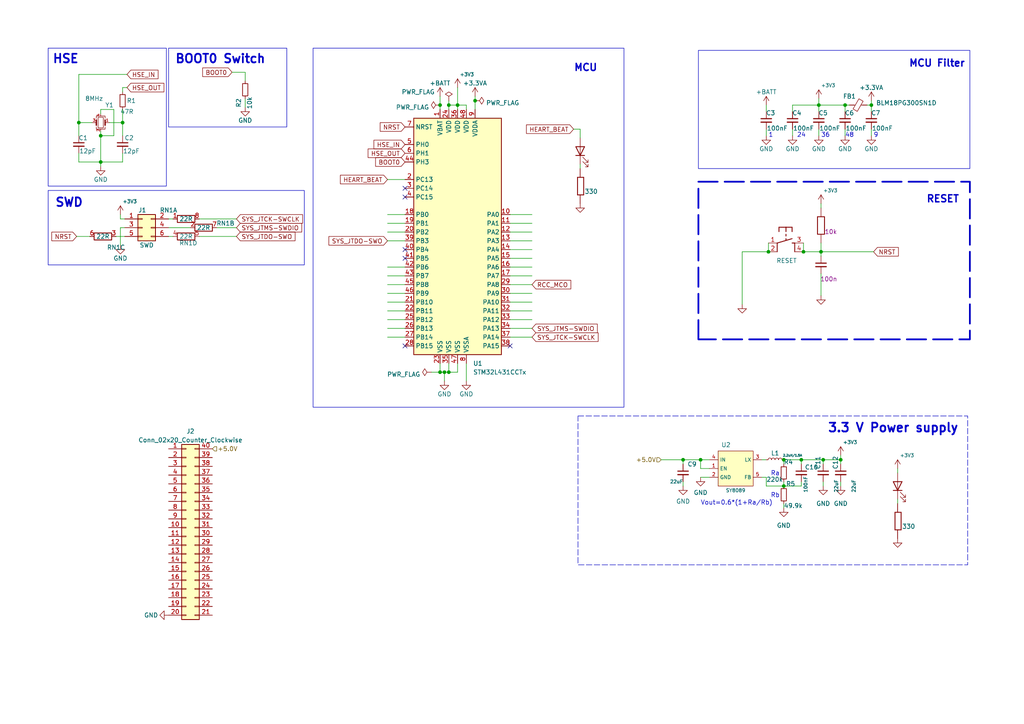
<source format=kicad_sch>
(kicad_sch (version 20230121) (generator eeschema)
  (paper "A4")
  (lib_symbols
    (symbol "Connector_Generic:Conn_02x03_Odd_Even" (pin_names (offset 1.016) hide)
      (property "Reference" "J" (at 1.27 5.08 0))
      (property "Value" "Conn_02x03_Odd_Even" (at 1.27 -5.08 0))
      (symbol "Conn_02x03_Odd_Even_1_1"
        (pin passive line (at -5.08 2.54 0) (length 3.81) (name "Pin_1") (number "1"))
        (pin passive line (at 7.62 2.54 180) (length 3.81) (name "Pin_2") (number "2"))
        (pin passive line (at -5.08 0 0) (length 3.81) (name "Pin_3") (number "3"))
        (pin passive line (at 7.62 0 180) (length 3.81) (name "Pin_4") (number "4"))
        (pin passive line (at -5.08 -2.54 0) (length 3.81) (name "Pin_5") (number "5"))
        (pin passive line (at 7.62 -2.54 180) (length 3.81) (name "Pin_6") (number "6"))
      )
    )
    (symbol "Connector_Generic:Conn_02x20_Counter_Clockwise" (pin_names (offset 1.016) hide)
      (property "Reference" "J" (at 1.27 25.4 0))
      (property "Value" "Conn_02x20_Counter_Clockwise" (at 1.27 -27.94 0))
      (symbol "Conn_02x20_Counter_Clockwise_1_1"
        (pin passive line (at -5.08 22.86 0) (length 3.81) (name "Pin_1") (number "1"))
        (pin passive line (at -5.08 0 0) (length 3.81) (name "Pin_10") (number "10"))
        (pin passive line (at -5.08 -2.54 0) (length 3.81) (name "Pin_11") (number "11"))
        (pin passive line (at -5.08 -5.08 0) (length 3.81) (name "Pin_12") (number "12"))
        (pin passive line (at -5.08 -7.62 0) (length 3.81) (name "Pin_13") (number "13"))
        (pin passive line (at -5.08 -10.16 0) (length 3.81) (name "Pin_14") (number "14"))
        (pin passive line (at -5.08 -12.7 0) (length 3.81) (name "Pin_15") (number "15"))
        (pin passive line (at -5.08 -15.24 0) (length 3.81) (name "Pin_16") (number "16"))
        (pin passive line (at -5.08 -17.78 0) (length 3.81) (name "Pin_17") (number "17"))
        (pin passive line (at -5.08 -20.32 0) (length 3.81) (name "Pin_18") (number "18"))
        (pin passive line (at -5.08 -22.86 0) (length 3.81) (name "Pin_19") (number "19"))
        (pin passive line (at -5.08 20.32 0) (length 3.81) (name "Pin_2") (number "2"))
        (pin passive line (at -5.08 -25.4 0) (length 3.81) (name "Pin_20") (number "20"))
        (pin passive line (at 7.62 -25.4 180) (length 3.81) (name "Pin_21") (number "21"))
        (pin passive line (at 7.62 -22.86 180) (length 3.81) (name "Pin_22") (number "22"))
        (pin passive line (at 7.62 -20.32 180) (length 3.81) (name "Pin_23") (number "23"))
        (pin passive line (at 7.62 -17.78 180) (length 3.81) (name "Pin_24") (number "24"))
        (pin passive line (at 7.62 -15.24 180) (length 3.81) (name "Pin_25") (number "25"))
        (pin passive line (at 7.62 -12.7 180) (length 3.81) (name "Pin_26") (number "26"))
        (pin passive line (at 7.62 -10.16 180) (length 3.81) (name "Pin_27") (number "27"))
        (pin passive line (at 7.62 -7.62 180) (length 3.81) (name "Pin_28") (number "28"))
        (pin passive line (at 7.62 -5.08 180) (length 3.81) (name "Pin_29") (number "29"))
        (pin passive line (at -5.08 17.78 0) (length 3.81) (name "Pin_3") (number "3"))
        (pin passive line (at 7.62 -2.54 180) (length 3.81) (name "Pin_30") (number "30"))
        (pin passive line (at 7.62 0 180) (length 3.81) (name "Pin_31") (number "31"))
        (pin passive line (at 7.62 2.54 180) (length 3.81) (name "Pin_32") (number "32"))
        (pin passive line (at 7.62 5.08 180) (length 3.81) (name "Pin_33") (number "33"))
        (pin passive line (at 7.62 7.62 180) (length 3.81) (name "Pin_34") (number "34"))
        (pin passive line (at 7.62 10.16 180) (length 3.81) (name "Pin_35") (number "35"))
        (pin passive line (at 7.62 12.7 180) (length 3.81) (name "Pin_36") (number "36"))
        (pin passive line (at 7.62 15.24 180) (length 3.81) (name "Pin_37") (number "37"))
        (pin passive line (at 7.62 17.78 180) (length 3.81) (name "Pin_38") (number "38"))
        (pin passive line (at 7.62 20.32 180) (length 3.81) (name "Pin_39") (number "39"))
        (pin passive line (at -5.08 15.24 0) (length 3.81) (name "Pin_4") (number "4"))
        (pin passive line (at 7.62 22.86 180) (length 3.81) (name "Pin_40") (number "40"))
        (pin passive line (at -5.08 12.7 0) (length 3.81) (name "Pin_5") (number "5"))
        (pin passive line (at -5.08 10.16 0) (length 3.81) (name "Pin_6") (number "6"))
        (pin passive line (at -5.08 7.62 0) (length 3.81) (name "Pin_7") (number "7"))
        (pin passive line (at -5.08 5.08 0) (length 3.81) (name "Pin_8") (number "8"))
        (pin passive line (at -5.08 2.54 0) (length 3.81) (name "Pin_9") (number "9"))
      )
    )
    (symbol "Device:C_Small" (pin_numbers hide) (pin_names (offset 0.254) hide)
      (property "Reference" "C" (at 0.254 1.778 0))
      (property "Value" "C_Small" (at 0.254 -2.032 0))
      (symbol "C_Small_1_1"
        (pin passive line (at 0 2.54 270) (length 2.032) (name "~") (number "1"))
        (pin passive line (at 0 -2.54 90) (length 2.032) (name "~") (number "2"))
      )
    )
    (symbol "Device:Crystal_GND24_Small" (pin_names (offset 1.016) hide)
      (property "Reference" "Y" (at 1.27 4.445 0))
      (property "Value" "Crystal_GND24_Small" (at 1.27 2.54 0))
      (symbol "Crystal_GND24_Small_1_1"
        (pin passive line (at -2.54 0 0) (length 1.27) (name "1") (number "1"))
        (pin passive line (at 0 -2.54 90) (length 0.635) (name "2") (number "2"))
        (pin passive line (at 2.54 0 180) (length 1.27) (name "3") (number "3"))
        (pin passive line (at 0 2.54 270) (length 0.635) (name "4") (number "4"))
      )
    )
    (symbol "Device:FerriteBead_Small" (pin_numbers hide) (pin_names (offset 0))
      (property "Reference" "FB" (at 1.905 1.27 0))
      (property "Value" "FerriteBead_Small" (at 1.905 -1.27 0))
      (symbol "FerriteBead_Small_1_1"
        (pin passive line (at 0 2.54 270) (length 1.27) (name "~") (number "1"))
        (pin passive line (at 0 -2.54 90) (length 1.27) (name "~") (number "2"))
      )
    )
    (symbol "Device:LED" (pin_numbers hide) (pin_names (offset 1.016) hide)
      (property "Reference" "D" (at 0 2.54 0))
      (property "Value" "LED" (at 0 -2.54 0))
      (symbol "LED_1_1"
        (pin passive line (at -3.81 0 0) (length 2.54) (name "K") (number "1"))
        (pin passive line (at 3.81 0 180) (length 2.54) (name "A") (number "2"))
      )
    )
    (symbol "Device:L_Small" (pin_numbers hide) (pin_names (offset 0.254) hide)
      (property "Reference" "L" (at 0.762 1.016 0))
      (property "Value" "L_Small" (at 0.762 -1.016 0))
      (symbol "L_Small_1_1"
        (pin passive line (at 0 2.54 270) (length 0.508) (name "~") (number "1"))
        (pin passive line (at 0 -2.54 90) (length 0.508) (name "~") (number "2"))
      )
    )
    (symbol "Device:R_Pack04_Split" (pin_names (offset 0) hide)
      (property "Reference" "RN" (at 2.032 0 90))
      (property "Value" "R_Pack04_Split" (at 0 0 90))
      (symbol "R_Pack04_Split_1_1"
        (pin passive line (at 0 -3.81 90) (length 1.27) (name "R1.1") (number "1"))
        (pin passive line (at 0 3.81 270) (length 1.27) (name "R1.2") (number "8"))
      )
      (symbol "R_Pack04_Split_2_1"
        (pin passive line (at 0 -3.81 90) (length 1.27) (name "R2.1") (number "2"))
        (pin passive line (at 0 3.81 270) (length 1.27) (name "R2.2") (number "7"))
      )
      (symbol "R_Pack04_Split_3_1"
        (pin passive line (at 0 -3.81 90) (length 1.27) (name "R3.1") (number "3"))
        (pin passive line (at 0 3.81 270) (length 1.27) (name "R3.2") (number "6"))
      )
      (symbol "R_Pack04_Split_4_1"
        (pin passive line (at 0 -3.81 90) (length 1.27) (name "R4.1") (number "4"))
        (pin passive line (at 0 3.81 270) (length 1.27) (name "R4.2") (number "5"))
      )
    )
    (symbol "Device:R_Small" (pin_numbers hide) (pin_names (offset 0.254) hide)
      (property "Reference" "R" (at 0.762 0.508 0))
      (property "Value" "R_Small" (at 0.762 -1.016 0))
      (symbol "R_Small_1_1"
        (pin passive line (at 0 2.54 270) (length 0.762) (name "~") (number "1"))
        (pin passive line (at 0 -2.54 90) (length 0.762) (name "~") (number "2"))
      )
    )
    (symbol "LCD_BACKPANE-altium-import:1_RESC2012N"
      (property "Value" "1_RESC2012N" (at 0 0 0))
      (symbol "1_RESC2012N_1_0"
        (pin passive line (at 0 -5.08 90) (length 2.54) (name "1") (number "1"))
        (pin passive line (at 0 5.08 270) (length 2.54) (name "2") (number "2"))
      )
    )
    (symbol "LCD_BACKPANE-altium-import:1_RES_10k"
      (property "Value" "1_RES_10k" (at 0 0 0))
      (symbol "1_RES_10k_1_0"
        (pin passive line (at 0 -5.08 90) (length 2.54) (name "1") (number "1"))
        (pin passive line (at 0 5.08 270) (length 2.54) (name "2") (number "2"))
      )
    )
    (symbol "LCD_BACKPANE-altium-import:3_DTSM-6"
      (property "Value" "3_DTSM-6" (at 0 0 0))
      (symbol "3_DTSM-6_1_0"
        (pin passive line (at -5.08 0 0) (length 2.54) (name "1") (number "1"))
        (pin passive line (at -5.08 -2.54 0) (length 2.54) (name "2") (number "2"))
        (pin passive line (at 5.08 0 180) (length 2.54) (name "3") (number "3"))
        (pin passive line (at 5.08 -2.54 180) (length 2.54) (name "4") (number "4"))
      )
    )
    (symbol "MCU_ST_STM32L4:STM32L431CCTx"
      (property "Reference" "U" (at -12.7 34.29 0))
      (property "Value" "STM32L431CCTx" (at 7.62 34.29 0))
      (symbol "STM32L431CCTx_1_1"
        (pin power_in line (at -5.08 35.56 270) (length 2.54) (name "VBAT") (number "1"))
        (pin bidirectional line (at 15.24 5.08 180) (length 2.54) (name "PA0") (number "10"))
        (pin bidirectional line (at 15.24 2.54 180) (length 2.54) (name "PA1") (number "11"))
        (pin bidirectional line (at 15.24 0 180) (length 2.54) (name "PA2") (number "12"))
        (pin bidirectional line (at 15.24 -2.54 180) (length 2.54) (name "PA3") (number "13"))
        (pin bidirectional line (at 15.24 -5.08 180) (length 2.54) (name "PA4") (number "14"))
        (pin bidirectional line (at 15.24 -7.62 180) (length 2.54) (name "PA5") (number "15"))
        (pin bidirectional line (at 15.24 -10.16 180) (length 2.54) (name "PA6") (number "16"))
        (pin bidirectional line (at 15.24 -12.7 180) (length 2.54) (name "PA7") (number "17"))
        (pin bidirectional line (at -15.24 5.08 0) (length 2.54) (name "PB0") (number "18"))
        (pin bidirectional line (at -15.24 2.54 0) (length 2.54) (name "PB1") (number "19"))
        (pin bidirectional line (at -15.24 15.24 0) (length 2.54) (name "PC13") (number "2"))
        (pin bidirectional line (at -15.24 0 0) (length 2.54) (name "PB2") (number "20"))
        (pin bidirectional line (at -15.24 -20.32 0) (length 2.54) (name "PB10") (number "21"))
        (pin bidirectional line (at -15.24 -22.86 0) (length 2.54) (name "PB11") (number "22"))
        (pin power_in line (at -5.08 -38.1 90) (length 2.54) (name "VSS") (number "23"))
        (pin power_in line (at -2.54 35.56 270) (length 2.54) (name "VDD") (number "24"))
        (pin bidirectional line (at -15.24 -25.4 0) (length 2.54) (name "PB12") (number "25"))
        (pin bidirectional line (at -15.24 -27.94 0) (length 2.54) (name "PB13") (number "26"))
        (pin bidirectional line (at -15.24 -30.48 0) (length 2.54) (name "PB14") (number "27"))
        (pin bidirectional line (at -15.24 -33.02 0) (length 2.54) (name "PB15") (number "28"))
        (pin bidirectional line (at 15.24 -15.24 180) (length 2.54) (name "PA8") (number "29"))
        (pin bidirectional line (at -15.24 12.7 0) (length 2.54) (name "PC14") (number "3"))
        (pin bidirectional line (at 15.24 -17.78 180) (length 2.54) (name "PA9") (number "30"))
        (pin bidirectional line (at 15.24 -20.32 180) (length 2.54) (name "PA10") (number "31"))
        (pin bidirectional line (at 15.24 -22.86 180) (length 2.54) (name "PA11") (number "32"))
        (pin bidirectional line (at 15.24 -25.4 180) (length 2.54) (name "PA12") (number "33"))
        (pin bidirectional line (at 15.24 -27.94 180) (length 2.54) (name "PA13") (number "34"))
        (pin power_in line (at -2.54 -38.1 90) (length 2.54) (name "VSS") (number "35"))
        (pin power_in line (at 0 35.56 270) (length 2.54) (name "VDD") (number "36"))
        (pin bidirectional line (at 15.24 -30.48 180) (length 2.54) (name "PA14") (number "37"))
        (pin bidirectional line (at 15.24 -33.02 180) (length 2.54) (name "PA15") (number "38"))
        (pin bidirectional line (at -15.24 -2.54 0) (length 2.54) (name "PB3") (number "39"))
        (pin bidirectional line (at -15.24 10.16 0) (length 2.54) (name "PC15") (number "4"))
        (pin bidirectional line (at -15.24 -5.08 0) (length 2.54) (name "PB4") (number "40"))
        (pin bidirectional line (at -15.24 -7.62 0) (length 2.54) (name "PB5") (number "41"))
        (pin bidirectional line (at -15.24 -10.16 0) (length 2.54) (name "PB6") (number "42"))
        (pin bidirectional line (at -15.24 -12.7 0) (length 2.54) (name "PB7") (number "43"))
        (pin bidirectional line (at -15.24 20.32 0) (length 2.54) (name "PH3") (number "44"))
        (pin bidirectional line (at -15.24 -15.24 0) (length 2.54) (name "PB8") (number "45"))
        (pin bidirectional line (at -15.24 -17.78 0) (length 2.54) (name "PB9") (number "46"))
        (pin power_in line (at 0 -38.1 90) (length 2.54) (name "VSS") (number "47"))
        (pin power_in line (at 2.54 35.56 270) (length 2.54) (name "VDD") (number "48"))
        (pin input line (at -15.24 25.4 0) (length 2.54) (name "PH0") (number "5"))
        (pin input line (at -15.24 22.86 0) (length 2.54) (name "PH1") (number "6"))
        (pin input line (at -15.24 30.48 0) (length 2.54) (name "NRST") (number "7"))
        (pin power_in line (at 2.54 -38.1 90) (length 2.54) (name "VSSA") (number "8"))
        (pin power_in line (at 5.08 35.56 270) (length 2.54) (name "VDDA") (number "9"))
      )
    )
    (symbol "Schematic_library:SY8009AAAC(SOT23-5)"
      (property "Reference" "U" (at 0 0 0))
      (property "Value" "SY8009AAAC(SOT23-5)" (at 0 0 0))
      (symbol "SY8009AAAC(SOT23-5)_1_1"
        (pin input line (at -7.62 0 0) (length 2.54) (name "EN") (number "1"))
        (pin power_in line (at -7.62 -2.54 0) (length 2.54) (name "GND") (number "2"))
        (pin output line (at 7.62 2.54 180) (length 2.54) (name "LX") (number "3"))
        (pin input line (at -7.62 2.54 0) (length 2.54) (name "IN") (number "4"))
        (pin input line (at 7.62 -2.54 180) (length 2.54) (name "FB") (number "5"))
      )
    )
    (symbol "power:+3.3VA" (power) (pin_names (offset 0))
      (property "Value" "+3.3VA" (at 0 3.556 0))
      (symbol "+3.3VA_1_1"
        (pin power_in line (at 0 0 90) (length 0) hide (name "+3.3VA") (number "1"))
      )
    )
    (symbol "power:+3V3" (power) (pin_names (offset 0))
      (property "Value" "+3V3" (at 0 3.556 0))
      (symbol "+3V3_1_1"
        (pin power_in line (at 0 0 90) (length 0) hide (name "+3V3") (number "1"))
      )
    )
    (symbol "power:+BATT" (power) (pin_names (offset 0))
      (property "Value" "+BATT" (at 0 3.556 0))
      (symbol "+BATT_1_1"
        (pin power_in line (at 0 0 90) (length 0) hide (name "+BATT") (number "1"))
      )
    )
    (symbol "power:GND" (power) (pin_names (offset 0))
      (property "Value" "GND" (at 0 -3.81 0))
      (symbol "GND_1_1"
        (pin power_in line (at 0 0 270) (length 0) hide (name "GND") (number "1"))
      )
    )
    (symbol "power:PWR_FLAG" (power) (pin_numbers hide) (pin_names (offset 0) hide)
      (property "Value" "PWR_FLAG" (at 0 3.81 0))
      (symbol "PWR_FLAG_0_0"
        (pin power_out line (at 0 0 90) (length 0) (name "pwr") (number "1"))
      )
    )
  )
  (junction (at 238.125 73.025))
  (junction (at 130.175 107.95) (diameter 0.9144))
  (junction (at 35.56 35.56) (diameter 0.9144))
  (junction (at 245.11 30.48))
  (junction (at 198.12 133.35) (diameter 0.9144))
  (junction (at 252.73 30.48))
  (junction (at 132.715 30.48))
  (junction (at 127.635 30.48))
  (junction (at 127.635 107.95) (diameter 0.9144))
  (junction (at 237.49 30.48))
  (junction (at 238.76 133.35) (diameter 0.9144))
  (junction (at 243.84 133.35))
  (junction (at 227.33 140.97) (diameter 0.9144))
  (junction (at 22.86 35.56) (diameter 0.9144))
  (junction (at 29.21 46.99) (diameter 0.9144))
  (junction (at 130.175 30.48))
  (junction (at 232.41 133.35) (diameter 0.9144))
  (junction (at 128.905 107.95) (diameter 0.9144))
  (junction (at 233.045 73.025))
  (junction (at 222.885 73.025))
  (junction (at 227.33 133.35) (diameter 0.9144))
  (junction (at 203.2 133.35) (diameter 0.9144))
  (junction (at 29.21 39.37) (diameter 0.9144))
  (junction (at 137.795 29.21))
  (no_connect (at 147.955 100.33))
  (no_connect (at 117.475 57.15))
  (no_connect (at 117.475 100.33))
  (no_connect (at 117.475 72.39))
  (no_connect (at 117.475 74.93))
  (no_connect (at 117.475 54.61))
  (wire (pts (xy 238.125 79.375) (xy 238.125 85.725)))
  (wire (pts (xy 112.395 69.85) (xy 117.475 69.85)))
  (wire (pts (xy 229.87 30.48) (xy 229.87 32.385)))
  (wire (pts (xy 232.41 133.35) (xy 238.76 133.35)))
  (wire (pts (xy 128.905 107.95) (xy 128.905 110.49)))
  (wire (pts (xy 154.305 64.77) (xy 147.955 64.77)))
  (wire (pts (xy 130.175 31.75) (xy 130.175 30.48)))
  (wire (pts (xy 135.255 30.48) (xy 135.255 31.75)))
  (wire (pts (xy 35.56 31.75) (xy 35.56 35.56)))
  (wire (pts (xy 233.045 73.025) (xy 238.125 73.025)))
  (wire (pts (xy 222.885 70.485) (xy 222.885 73.025)))
  (wire (pts (xy 154.305 74.93) (xy 147.955 74.93)))
  (wire (pts (xy 154.305 90.17) (xy 147.955 90.17)))
  (wire (pts (xy 260.35 144.78) (xy 260.35 146.05)))
  (wire (pts (xy 237.49 30.48) (xy 245.11 30.48)))
  (wire (pts (xy 57.785 68.58) (xy 68.58 68.58)))
  (wire (pts (xy 132.715 30.48) (xy 135.255 30.48)))
  (wire (pts (xy 227.33 146.05) (xy 227.33 147.32)))
  (wire (pts (xy 22.86 46.99) (xy 22.86 44.45)))
  (wire (pts (xy 48.895 68.58) (xy 50.165 68.58)))
  (wire (pts (xy 232.41 139.7) (xy 232.41 140.97)))
  (wire (pts (xy 237.49 30.48) (xy 237.49 32.385)))
  (wire (pts (xy 33.655 68.58) (xy 36.195 68.58)))
  (wire (pts (xy 128.905 107.95) (xy 130.175 107.95)))
  (wire (pts (xy 154.305 80.01) (xy 147.955 80.01)))
  (wire (pts (xy 238.125 73.025) (xy 253.365 73.025)))
  (wire (pts (xy 36.195 63.5) (xy 34.925 63.5)))
  (wire (pts (xy 48.895 66.04) (xy 55.245 66.04)))
  (wire (pts (xy 245.11 30.48) (xy 245.11 32.385)))
  (wire (pts (xy 22.86 39.37) (xy 22.86 35.56)))
  (wire (pts (xy 251.46 30.48) (xy 252.73 30.48)))
  (wire (pts (xy 227.33 140.97) (xy 232.41 140.97)))
  (wire (pts (xy 203.2 133.35) (xy 205.74 133.35)))
  (wire (pts (xy 50.165 63.5) (xy 48.895 63.5)))
  (wire (pts (xy 227.33 139.7) (xy 227.33 140.97)))
  (wire (pts (xy 34.925 66.04) (xy 34.925 71.12)))
  (wire (pts (xy 168.275 47.625) (xy 168.275 48.895)))
  (wire (pts (xy 35.56 46.99) (xy 35.56 44.45)))
  (wire (pts (xy 22.86 35.56) (xy 26.67 35.56)))
  (wire (pts (xy 130.175 30.48) (xy 132.715 30.48)))
  (wire (pts (xy 220.98 138.43) (xy 222.25 138.43)))
  (wire (pts (xy 154.305 97.79) (xy 147.955 97.79)))
  (wire (pts (xy 205.74 135.89) (xy 203.2 135.89)))
  (wire (pts (xy 245.11 37.465) (xy 245.11 39.37)))
  (wire (pts (xy 198.12 133.35) (xy 191.77 133.35)))
  (wire (pts (xy 22.225 68.58) (xy 26.035 68.58)))
  (wire (pts (xy 238.125 73.025) (xy 238.125 74.295)))
  (wire (pts (xy 132.715 25.4) (xy 132.715 30.48)))
  (wire (pts (xy 33.02 39.37) (xy 29.21 39.37)))
  (wire (pts (xy 127.635 105.41) (xy 127.635 107.95)))
  (wire (pts (xy 243.84 139.7) (xy 243.84 140.97)))
  (wire (pts (xy 154.305 77.47) (xy 147.955 77.47)))
  (wire (pts (xy 29.21 33.02) (xy 29.21 31.75)))
  (wire (pts (xy 132.715 30.48) (xy 132.715 31.75)))
  (wire (pts (xy 243.84 133.35) (xy 238.76 133.35)))
  (wire (pts (xy 112.395 64.77) (xy 117.475 64.77)))
  (wire (pts (xy 222.25 30.48) (xy 222.25 32.385)))
  (wire (pts (xy 57.785 63.5) (xy 68.58 63.5)))
  (wire (pts (xy 237.49 37.465) (xy 237.49 39.37)))
  (wire (pts (xy 137.795 29.21) (xy 137.795 31.75)))
  (wire (pts (xy 252.73 29.21) (xy 252.73 30.48)))
  (wire (pts (xy 252.73 30.48) (xy 252.73 32.385)))
  (wire (pts (xy 112.395 85.09) (xy 117.475 85.09)))
  (wire (pts (xy 35.56 39.37) (xy 35.56 35.56)))
  (wire (pts (xy 127.635 30.48) (xy 127.635 31.75)))
  (wire (pts (xy 260.35 135.89) (xy 260.35 137.16)))
  (wire (pts (xy 154.305 85.09) (xy 147.955 85.09)))
  (wire (pts (xy 112.395 80.01) (xy 117.475 80.01)))
  (wire (pts (xy 36.83 25.4) (xy 35.56 25.4)))
  (wire (pts (xy 238.76 139.7) (xy 238.76 140.97)))
  (wire (pts (xy 71.12 23.495) (xy 71.12 20.955)))
  (wire (pts (xy 33.02 31.75) (xy 33.02 39.37)))
  (wire (pts (xy 154.305 69.85) (xy 147.955 69.85)))
  (wire (pts (xy 227.33 133.35) (xy 227.33 134.62)))
  (wire (pts (xy 29.21 46.99) (xy 35.56 46.99)))
  (wire (pts (xy 29.21 48.26) (xy 29.21 46.99)))
  (wire (pts (xy 29.21 31.75) (xy 33.02 31.75)))
  (wire (pts (xy 112.395 62.23) (xy 117.475 62.23)))
  (wire (pts (xy 203.2 135.89) (xy 203.2 133.35)))
  (wire (pts (xy 132.715 107.95) (xy 132.715 105.41)))
  (wire (pts (xy 112.395 52.07) (xy 117.475 52.07)))
  (wire (pts (xy 147.955 82.55) (xy 154.305 82.55)))
  (wire (pts (xy 112.395 95.25) (xy 117.475 95.25)))
  (wire (pts (xy 36.195 66.04) (xy 34.925 66.04)))
  (wire (pts (xy 112.395 87.63) (xy 117.475 87.63)))
  (wire (pts (xy 245.11 30.48) (xy 246.38 30.48)))
  (wire (pts (xy 205.74 138.43) (xy 203.2 138.43)))
  (wire (pts (xy 198.12 133.35) (xy 198.12 134.62)))
  (wire (pts (xy 130.175 105.41) (xy 130.175 107.95)))
  (wire (pts (xy 62.865 66.04) (xy 68.58 66.04)))
  (wire (pts (xy 222.885 73.025) (xy 215.265 73.025)))
  (wire (pts (xy 222.25 138.43) (xy 222.25 140.97)))
  (wire (pts (xy 238.125 70.485) (xy 238.125 73.025)))
  (wire (pts (xy 154.305 92.71) (xy 147.955 92.71)))
  (wire (pts (xy 154.305 62.23) (xy 147.955 62.23)))
  (wire (pts (xy 29.21 46.99) (xy 22.86 46.99)))
  (wire (pts (xy 154.305 95.25) (xy 147.955 95.25)))
  (wire (pts (xy 35.56 25.4) (xy 35.56 26.67)))
  (wire (pts (xy 154.305 67.31) (xy 147.955 67.31)))
  (wire (pts (xy 67.31 20.955) (xy 71.12 20.955)))
  (wire (pts (xy 229.87 30.48) (xy 237.49 30.48)))
  (wire (pts (xy 229.87 37.465) (xy 229.87 39.37)))
  (wire (pts (xy 135.255 105.41) (xy 135.255 110.49)))
  (wire (pts (xy 130.175 30.48) (xy 130.175 29.21)))
  (wire (pts (xy 112.395 92.71) (xy 117.475 92.71)))
  (wire (pts (xy 127.635 27.94) (xy 127.635 30.48)))
  (wire (pts (xy 125.095 107.95) (xy 127.635 107.95)))
  (wire (pts (xy 35.56 35.56) (xy 31.75 35.56)))
  (wire (pts (xy 238.125 59.055) (xy 238.125 60.325)))
  (wire (pts (xy 166.37 37.465) (xy 168.275 37.465)))
  (wire (pts (xy 29.21 39.37) (xy 29.21 38.1)))
  (wire (pts (xy 243.84 133.35) (xy 243.84 134.62)))
  (wire (pts (xy 112.395 77.47) (xy 117.475 77.47)))
  (wire (pts (xy 22.86 21.59) (xy 36.83 21.59)))
  (wire (pts (xy 34.925 62.23) (xy 34.925 63.5)))
  (wire (pts (xy 198.12 139.7) (xy 198.12 140.97)))
  (wire (pts (xy 222.25 37.465) (xy 222.25 39.37)))
  (wire (pts (xy 243.84 132.08) (xy 243.84 133.35)))
  (wire (pts (xy 127.635 107.95) (xy 128.905 107.95)))
  (wire (pts (xy 154.305 87.63) (xy 147.955 87.63)))
  (wire (pts (xy 227.33 133.35) (xy 232.41 133.35)))
  (wire (pts (xy 232.41 133.35) (xy 232.41 134.62)))
  (wire (pts (xy 137.795 27.94) (xy 137.795 29.21)))
  (wire (pts (xy 112.395 82.55) (xy 117.475 82.55)))
  (wire (pts (xy 71.12 28.575) (xy 71.12 31.115)))
  (wire (pts (xy 154.305 72.39) (xy 147.955 72.39)))
  (wire (pts (xy 130.175 107.95) (xy 132.715 107.95)))
  (wire (pts (xy 168.275 37.465) (xy 168.275 40.005)))
  (wire (pts (xy 112.395 97.79) (xy 117.475 97.79)))
  (wire (pts (xy 252.73 37.465) (xy 252.73 39.37)))
  (wire (pts (xy 215.265 73.025) (xy 215.265 88.265)))
  (wire (pts (xy 222.25 140.97) (xy 227.33 140.97)))
  (wire (pts (xy 238.76 134.62) (xy 238.76 133.35)))
  (wire (pts (xy 220.98 133.35) (xy 222.25 133.35)))
  (wire (pts (xy 112.395 67.31) (xy 117.475 67.31)))
  (wire (pts (xy 237.49 28.575) (xy 237.49 30.48)))
  (wire (pts (xy 233.045 70.485) (xy 233.045 73.025)))
  (wire (pts (xy 22.86 21.59) (xy 22.86 35.56)))
  (wire (pts (xy 29.21 39.37) (xy 29.21 46.99)))
  (wire (pts (xy 112.395 90.17) (xy 117.475 90.17)))
  (wire (pts (xy 198.12 133.35) (xy 203.2 133.35)))
  (rectangle (start 13.97 55.245) (end 88.265 76.835))
  (rectangle (start 90.805 13.97) (end 180.975 118.11))
  (rectangle (start 202.565 14.605) (end 281.305 48.895))
  (rectangle (start 167.64 120.65) (end 280.67 163.83) (stroke (width 0) (type dash)))
  (polyline (pts (xy 202.565 98.425) (xy 202.565 52.705) (xy 281.305 52.705) (xy 281.305 98.425) (xy 202.565 98.425)) (stroke (width 0.508) (type dash)))
  (rectangle (start 48.895 13.97) (end 83.185 36.83))
  (rectangle (start 13.97 13.97) (end 48.26 53.975))
  (text "9" (at 253.365 40.005 0) (effects (font (size 1.27 1.27)) (justify left bottom)))
  (text "48" (at 245.11 40.005 0) (effects (font (size 1.27 1.27)) (justify left bottom)))
  (text "MCU" (at 166.37 20.955 0) (effects (font (size 2.032 2.032) bold) (justify left bottom)))
  (text "BOOT0 Switch" (at 50.673 18.669 0) (effects (font (size 2.4892 2.4892) (thickness 0.4978) bold) (justify left bottom)))
  (text "36" (at 238.125 40.005 0) (effects (font (size 1.27 1.27)) (justify left bottom)))
  (text "Vout=0.6*(1+Ra/Rb)" (at 203.2 146.685 0) (effects (font (size 1.2954 1.2954)) (justify left bottom)))
  (text "3.3 V Power supply" (at 278.13 125.73 0) (effects (font (size 2.54 2.54) (thickness 0.508) bold) (justify right bottom)))
  (text "Ra" (at 223.52 138.176 0) (effects (font (size 1.2954 1.2954)) (justify left bottom)))
  (text "RESET" (at 268.605 59.055 0) (effects (font (size 2.032 2.032) bold) (justify left bottom)))
  (text "MCU Filter" (at 263.525 19.685 0) (effects (font (size 2.032 2.032) bold) (justify left bottom)))
  (text "24" (at 231.14 40.005 0) (effects (font (size 1.27 1.27)) (justify left bottom)))
  (text "1" (at 222.885 40.005 0) (effects (font (size 1.27 1.27)) (justify left bottom)))
  (text "SWD" (at 15.875 60.325 0) (effects (font (size 2.4892 2.4892) (thickness 0.4978) bold) (justify left bottom)))
  (text "HSE" (at 15.113 18.669 0) (effects (font (size 2.4892 2.4892) (thickness 0.4978) bold) (justify left bottom)))
  (text "Rb" (at 223.52 144.526 0) (effects (font (size 1.2954 1.2954)) (justify left bottom)))
  (global_label "SYS_JTCK-SWCLK" (shape input) (at 154.305 97.79 0) (property "Intersheetrefs" "${INTERSHEET_REFS}" (effects hide)))
  (global_label "SYS_JTMS-SWDIO" (shape input) (at 154.305 95.25 0) (property "Intersheetrefs" "${INTERSHEET_REFS}" (effects hide)))
  (global_label "SYS_JTMS-SWDIO" (shape input) (at 68.58 66.04 0) (property "Intersheetrefs" "${INTERSHEET_REFS}" (effects hide)))
  (global_label "NRST" (shape input) (at 253.365 73.025 0) (property "Intersheetrefs" "${INTERSHEET_REFS}" (effects hide)))
  (global_label "NRST" (shape input) (at 22.225 68.58 180) (property "Intersheetrefs" "${INTERSHEET_REFS}" (effects hide)))
  (global_label "RCC_MCO" (shape input) (at 154.305 82.55 0) (property "Intersheetrefs" "${INTERSHEET_REFS}" (effects hide)))
  (global_label "HSE_OUT" (shape input) (at 36.83 25.4 0) (property "Intersheetrefs" "${INTERSHEET_REFS}" (effects hide)))
  (global_label "SYS_JTDO-SWO" (shape input) (at 68.58 68.58 0) (property "Intersheetrefs" "${INTERSHEET_REFS}" (effects hide)))
  (global_label "SYS_JTDO-SWO" (shape input) (at 112.395 69.85 180) (property "Intersheetrefs" "${INTERSHEET_REFS}" (effects hide)))
  (global_label "HSE_OUT" (shape input) (at 117.475 44.45 180) (property "Intersheetrefs" "${INTERSHEET_REFS}" (effects hide)))
  (global_label "HSE_IN" (shape input) (at 117.475 41.91 180) (property "Intersheetrefs" "${INTERSHEET_REFS}" (effects hide)))
  (global_label "HEART_BEAT" (shape input) (at 166.37 37.465 180) (property "Intersheetrefs" "${INTERSHEET_REFS}" (effects hide)))
  (global_label "BOOT0" (shape input) (at 117.475 46.99 180) (property "Intersheetrefs" "${INTERSHEET_REFS}" (effects hide)))
  (global_label "BOOT0" (shape input) (at 67.31 20.955 180) (property "Intersheetrefs" "${INTERSHEET_REFS}" (effects hide)))
  (global_label "SYS_JTCK-SWCLK" (shape input) (at 68.58 63.5 0) (property "Intersheetrefs" "${INTERSHEET_REFS}" (effects hide)))
  (global_label "HSE_IN" (shape input) (at 36.83 21.59 0) (property "Intersheetrefs" "${INTERSHEET_REFS}" (effects hide)))
  (global_label "NRST" (shape input) (at 117.475 36.83 180) (property "Intersheetrefs" "${INTERSHEET_REFS}" (effects hide)))
  (global_label "HEART_BEAT" (shape input) (at 112.395 52.07 180) (property "Intersheetrefs" "${INTERSHEET_REFS}" (effects hide)))
  (hierarchical_label "+5.0V" (shape input) (at 191.77 133.35 180) (property "Intersheetrefs" "${INTERSHEET_REFS}" (effects hide)))
  (hierarchical_label "+5.0V" (shape input) (at 61.595 130.175 0) (property "Intersheetrefs" "${INTERSHEET_REFS}" (effects hide)))
  (symbol (lib_id "Device:C_Small") (at 252.73 34.925 0) (unit 1)
    (property "Reference" "C7" (at 254 32.766 0))
    (property "Value" "100nF" (at 255.905 37.211 0))
    (property "Footprint" "Library:C_0603_1608Metric" (effects hide))
    (property "STOCK" "CL10F104ZA8NNNC" (effects hide))
    (property "MPN" "0603YC104KAT2A" (effects hide))
    (property "Manufacturer" "KYOCERA AVX" (effects hide))
    (property "VEND1,VEND1#" "http://www.es.co.th/detail.asp?Prod=009200415" (effects hide))
    (property "FOOTPRINT" "C0603" (effects hide))
    (property "LCSC" "C1591" (effects hide))
    (property "VEND2,VEND2#" "https://www.lcsc.com/product-detail/Multilayer-Ceramic-Capacitors-MLCC-SMD-SMT_Samsung-Electro-Mechanics-CL10B104KB8NNNC_C1591.html" (effects hide))
  )
  (symbol (lib_id "power:+3V3") (at 260.35 135.89 0) (unit 1)
    (property "Reference" "#PWR022" (effects hide))
    (property "Value" "+3V3" (at 260.985 132.08 0) (effects (font (size 1 1)) (justify left)))
  )
  (symbol (lib_id "MCU_ST_STM32L4:STM32L431CCTx") (at 132.715 67.31 0) (unit 1)
    (property "Reference" "U1" (at 137.2109 105.41 0) (effects (justify left)))
    (property "Value" "STM32L431CCTx" (at 137.2109 107.95 0) (effects (justify left)))
    (property "Footprint" "Package_QFP:LQFP-48_7x7mm_P0.5mm" (effects hide))
    (property "Datasheet" "http://www.st.com/st-web-ui/static/active/en/resource/technical/document/datasheet/DM00257211.pdf" (effects hide))
    (property "LCSC" "C486681" (effects hide))
    (property "VEND2,VEND2#" "https://www.lcsc.com/product-detail/Microcontroller-Units-MCUs-MPUs-SOCs_STMicroelectronics-STM32L431CCT6_C486681.html" (effects hide))
    (property "FOOTPRINT" "LQFP-48_7x7mm_P0.5mm" (effects hide))
  )
  (symbol (lib_id "Device:R_Pack04_Split") (at 53.975 63.5 270) (unit 1)
    (property "Reference" "RN1" (at 48.895 60.96 90))
    (property "Value" "22R" (at 53.975 63.5 90))
    (property "Footprint" "Library:R_Array_Convex_4x0603" (effects hide))
    (property "STOCK" "RC-ML08W220JT" (effects hide))
    (property "MFG,MFG#" "FH (Guangdong Fenghua Advanced Tech)" (effects hide))
    (property "PN" "RC-ML08W220JT" (effects hide))
    (property "LCSC" "C172476" (effects hide))
    (property "VEND2,VEND2#" "https://www.lcsc.com/product-detail/Resistor-Networks-Arrays_FH-Guangdong-Fenghua-Advanced-Tech-RC-ML08W220JT_C172476.html" (effects hide))
  )
  (symbol (lib_id "Device:C_Small") (at 232.41 137.16 0) (unit 1)
    (property "Reference" "C10" (at 233.426 135.509 0) (effects (justify left)))
    (property "Value" "100nF" (at 233.68 142.875 90) (effects (font (size 0.9906 0.9906)) (justify left)))
    (property "Footprint" "Library:C_0603_1608Metric" (effects hide))
    (property "Fieldname 1" "Value 1" (effects hide))
    (property "Fieldname2" "Value2" (effects hide))
    (property "Fieldname3" "Value3" (effects hide))
    (property "STOCK" "CL10F104ZA8NNNC" (effects hide))
    (property "MPN" "0603YC104KAT2A" (effects hide))
    (property "Manufacturer" "KYOCERA AVX" (effects hide))
    (property "VEND1,VEND1#" "http://www.es.co.th/detail.asp?Prod=009200415" (effects hide))
    (property "FOOTPRINT" "C0603" (effects hide))
    (property "LCSC" "C1591" (effects hide))
    (property "VEND2,VEND2#" "https://www.lcsc.com/product-detail/Multilayer-Ceramic-Capacitors-MLCC-SMD-SMT_Samsung-Electro-Mechanics-CL10B104KB8NNNC_C1591.html" (effects hide))
  )
  (symbol (lib_id "Device:FerriteBead_Small") (at 248.92 30.48 90) (unit 1)
    (property "Reference" "FB1" (at 246.38 27.94 90))
    (property "Value" "BLM18PG300SN1D" (at 262.89 29.845 90))
    (property "Footprint" "Library:L_0603_1608Metric" (effects hide))
    (property "STOCK" "BLM18PG300SN1D" (effects hide))
    (property "MPN" "BLM18PG300SN1D" (effects hide))
    (property "Manufacturer" "MURATA" (effects hide))
    (property "VEND1,VEND1#" "http://www.es.co.th/detail.asp?Prod=016006573" (effects hide))
    (property "FOOTPRINT" "L_0603_1608Metric" (effects hide))
    (property "LCSC" "C17305" (effects hide))
    (property "VEND2,VEND2#" "https://www.lcsc.com/product-detail/Ferrite-Beads_Murata-Electronics-BLM18PG300SN1D_C17305.html" (effects hide))
  )
  (symbol (lib_id "power:+BATT") (at 127.635 27.94 0) (unit 1)
    (property "Reference" "#PWR02" (effects hide))
    (property "Value" "+BATT" (at 127.635 24.13 0))
  )
  (symbol (lib_id "power:+3.3VA") (at 137.795 27.94 0) (unit 1)
    (property "Reference" "#PWR03" (effects hide))
    (property "Value" "+3.3VA" (at 137.795 24.13 0))
  )
  (symbol (lib_id "power:PWR_FLAG") (at 127.635 30.48 90) (unit 1)
    (property "Reference" "#FLG03" (effects hide))
    (property "Value" "PWR_FLAG" (at 124.46 31.115 90) (effects (justify left)))
  )
  (symbol (lib_id "LCD_BACKPANE-altium-import:3_DTSM-6") (at 227.965 70.485 0) (unit 1)
    (property "Reference" "S1" (effects hide))
    (property "Value" "RESET" (at 225.171 76.327 0) (effects (justify left bottom)))
    (property "Footprint" "Library:DTSM-6" (effects hide))
    (property "VENDER" "AEs" (effects hide))
    (property "FOOTPRINT" "DTSM-6" (effects hide))
    (property "LCSC" "C483769" (effects hide))
    (property "VEND2,VEND2#" "https://www.lcsc.com/product-detail/Tactile-Switches_Diptronics-DTSM-61N-S-V-T-R_C483769.html" (effects hide))
  )
  (symbol (lib_id "power:+3V3") (at 243.84 132.08 0) (unit 1)
    (property "Reference" "#PWR021" (effects hide))
    (property "Value" "+3V3" (at 244.475 128.27 0) (effects (font (size 1 1)) (justify left)))
  )
  (symbol (lib_id "power:GND") (at 48.895 178.435 270) (mirror x) (unit 1)
    (property "Reference" "#PWR029" (effects hide))
    (property "Value" "GND" (at 43.815 178.435 90))
  )
  (symbol (lib_id "Device:C_Small") (at 35.56 41.91 0) (unit 1)
    (property "Reference" "C2" (at 37.465 40.005 0))
    (property "Value" "12pF" (at 38.1 43.815 0))
    (property "Footprint" "Library:C_0603_1608Metric" (effects hide))
    (property "LCSC Part #" "C1547" (effects hide))
    (property "STOCK" "C0603C120J5GACTU" (effects hide))
    (property "MFG,MFG#" "KEMET" (effects hide))
    (property "PN" "C0603C120J5GACTU" (effects hide))
    (property "VEND1,VEND1#" "http://www.es.co.th/detail.asp?prod=030601728" (effects hide))
    (property "FOOTPRINT" "C0603" (effects hide))
    (property "LCSC" "C38523" (effects hide))
    (property "VEND2,VEND2#" "https://www.lcsc.com/product-detail/Multilayer-Ceramic-Capacitors-MLCC-SMD-SMT_Samsung-Electro-Mechanics-CL10C120JB8NNNC_C38523.html" (effects hide))
  )
  (symbol (lib_id "power:GND") (at 260.35 156.21 0) (unit 1)
    (property "Reference" "#PWR028" (effects hide))
    (property "Value" "GND" (effects hide))
  )
  (symbol (lib_id "power:GND") (at 243.84 140.97 0) (unit 1)
    (property "Reference" "#PWR026" (effects hide))
    (property "Value" "GND" (at 243.84 146.05 0))
  )
  (symbol (lib_id "Connector_Generic:Conn_02x20_Counter_Clockwise") (at 53.975 153.035 0) (unit 1)
    (property "Reference" "J2" (at 55.245 125.095 0))
    (property "Value" "Conn_02x20_Counter_Clockwise" (at 55.245 127.635 0))
    (property "Footprint" "Library:Socket_DIP-40_15.24mm_Conn" (effects hide))
  )
  (symbol (lib_id "power:GND") (at 238.76 140.97 0) (unit 1)
    (property "Reference" "#PWR025" (effects hide))
    (property "Value" "GND" (at 238.76 146.05 0))
  )
  (symbol (lib_id "LCD_BACKPANE-altium-import:1_RESC2012N") (at 260.35 151.13 0) (unit 1)
    (property "Reference" "R6" (effects hide))
    (property "Value" "330" (at 261.62 153.416 0) (effects (justify left bottom)))
    (property "Footprint" "Library:R_0603_1608Metric" (effects hide))
    (property "ALTIUM_VALUE" "470" (effects hide))
    (property "VENDER" "AES" (effects hide))
    (property "FOOTPRINT" "R0603" (effects hide))
    (property "LCSC" "C23138" (effects hide))
    (property "VEND2,VEND2#" "https://www.lcsc.com/product-detail/Chip-Resistor-Surface-Mount_UNI-ROYAL-Uniroyal-Elec-0603WAF3300T5E_C23138.html" (effects hide))
  )
  (symbol (lib_id "power:+3V3") (at 237.49 28.575 0) (unit 1)
    (property "Reference" "#PWR010" (effects hide))
    (property "Value" "+3V3" (at 238.125 24.765 0) (effects (font (size 1 1)) (justify left)))
  )
  (symbol (lib_id "power:GND") (at 168.275 59.055 0) (unit 1)
    (property "Reference" "#PWR030" (effects hide))
    (property "Value" "GND" (effects hide))
  )
  (symbol (lib_id "power:GND") (at 135.255 110.49 0) (unit 1)
    (property "Reference" "#PWR09" (effects hide))
    (property "Value" "GND" (at 135.255 114.3 0))
  )
  (symbol (lib_id "Device:L_Small") (at 224.79 133.35 90) (unit 1)
    (property "Reference" "L1" (at 224.8154 131.445 90))
    (property "Value" "2.2uH/1.5A" (at 229.87 132.08 90) (effects (font (size 0.635 0.635))))
    (property "Footprint" "Library:L_Neosid_SMS-ME3015" (effects hide))
    (property "Fieldname 1" "Value 1" (effects hide))
    (property "Fieldname2" "Value2" (effects hide))
    (property "Fieldname3" "Value3" (effects hide))
    (property "STOCK" "CKCS3015-2.2uH/M" (effects hide))
    (property "MPN" "CKCS3015-2.2uH/M" (effects hide))
    (property "Manufacturer" "CENKER" (effects hide))
    (property "FOOTPRINT" "L_Neosid_SMS-ME3015" (effects hide))
    (property "LCSC" "C354563" (effects hide))
    (property "VEND2,VEND2#" "https://www.lcsc.com/product-detail/Power-Inductors_CENKER-CKCS3015-2-2uH-M_C354563.html" (effects hide))
  )
  (symbol (lib_id "power:GND") (at 198.12 140.97 0) (unit 1)
    (property "Reference" "#PWR024" (effects hide))
    (property "Value" "GND" (at 198.12 145.415 0))
  )
  (symbol (lib_id "LCD_BACKPANE-altium-import:1_RESC2012N") (at 168.275 53.975 0) (unit 1)
    (property "Reference" "R7" (effects hide))
    (property "Value" "330" (at 169.545 56.261 0) (effects (justify left bottom)))
    (property "Footprint" "Library:R_0603_1608Metric" (effects hide))
    (property "ALTIUM_VALUE" "470" (effects hide))
    (property "VENDER" "AES" (effects hide))
    (property "FOOTPRINT" "R0603" (effects hide))
    (property "LCSC" "C23138" (effects hide))
    (property "VEND2,VEND2#" "https://www.lcsc.com/product-detail/Chip-Resistor-Surface-Mount_UNI-ROYAL-Uniroyal-Elec-0603WAF3300T5E_C23138.html" (effects hide))
  )
  (symbol (lib_id "power:+3V3") (at 132.715 25.4 0) (unit 1)
    (property "Reference" "#PWR01" (effects hide))
    (property "Value" "+3V3" (at 133.35 21.59 0) (effects (font (size 1 1)) (justify left)))
  )
  (symbol (lib_id "power:GND") (at 222.25 39.37 0) (unit 1)
    (property "Reference" "#PWR013" (effects hide))
    (property "Value" "GND" (at 222.25 43.18 0))
  )
  (symbol (lib_id "Device:C_Small") (at 245.11 34.925 0) (unit 1)
    (property "Reference" "C6" (at 246.38 32.766 0))
    (property "Value" "100nF" (at 248.285 37.211 0))
    (property "Footprint" "Library:C_0603_1608Metric" (effects hide))
    (property "STOCK" "CL10F104ZA8NNNC" (effects hide))
    (property "MPN" "0603YC104KAT2A" (effects hide))
    (property "Manufacturer" "KYOCERA AVX" (effects hide))
    (property "VEND1,VEND1#" "http://www.es.co.th/detail.asp?Prod=009200415" (effects hide))
    (property "FOOTPRINT" "C0603" (effects hide))
    (property "LCSC" "C1591" (effects hide))
    (property "VEND2,VEND2#" "https://www.lcsc.com/product-detail/Multilayer-Ceramic-Capacitors-MLCC-SMD-SMT_Samsung-Electro-Mechanics-CL10B104KB8NNNC_C1591.html" (effects hide))
  )
  (symbol (lib_id "Device:R_Pack04_Split") (at 59.055 66.04 270) (unit 2)
    (property "Reference" "RN1" (at 65.405 64.77 90))
    (property "Value" "22R" (at 59.055 66.04 90))
    (property "Footprint" "Library:R_Array_Convex_4x0603" (effects hide))
    (property "STOCK" "RC-ML08W220JT" (effects hide))
    (property "MFG,MFG#" "FH (Guangdong Fenghua Advanced Tech)" (effects hide))
    (property "PN" "RC-ML08W220JT" (effects hide))
    (property "LCSC" "C172476" (effects hide))
    (property "VEND2,VEND2#" "https://www.lcsc.com/product-detail/Resistor-Networks-Arrays_FH-Guangdong-Fenghua-Advanced-Tech-RC-ML08W220JT_C172476.html" (effects hide))
  )
  (symbol (lib_id "Device:C_Small") (at 198.12 137.16 0) (unit 1)
    (property "Reference" "C9" (at 199.39 134.62 0) (effects (justify left)))
    (property "Value" "22uF" (at 194.31 139.7 0) (effects (font (size 0.9906 0.9906)) (justify left)))
    (property "Footprint" "Library:C_0603_1608Metric" (effects hide))
    (property "Fieldname 1" "Value 1" (effects hide))
    (property "Fieldname2" "Value2" (effects hide))
    (property "Fieldname3" "Value3" (effects hide))
    (property "STOCK" "CL10A226MQ8NRNC" (effects hide))
    (property "MPN" "1210X226M100CT" (effects hide))
    (property "Manufacturer" "WALSIN" (effects hide))
    (property "VEND1,VEND1#" "http://www.es.co.th/detail.asp?prod=032800603" (effects hide))
    (property "FOOTPRINT" "C0603" (effects hide))
    (property "LCSC" "C59461" (effects hide))
    (property "VEND2,VEND2#" "https://www.lcsc.com/product-detail/Multilayer-Ceramic-Capacitors-MLCC-SMD-SMT_Samsung-Electro-Mechanics-CL10A226MQ8NRNC_C59461.html" (effects hide))
  )
  (symbol (lib_id "Device:C_Small") (at 222.25 34.925 0) (unit 1)
    (property "Reference" "C3" (at 223.52 32.766 0))
    (property "Value" "100nF" (at 225.425 37.211 0))
    (property "Footprint" "Library:C_0603_1608Metric" (effects hide))
    (property "STOCK" "CL10F104ZA8NNNC" (effects hide))
    (property "MPN" "0603YC104KAT2A" (effects hide))
    (property "Manufacturer" "KYOCERA AVX" (effects hide))
    (property "VEND1,VEND1#" "http://www.es.co.th/detail.asp?Prod=009200415" (effects hide))
    (property "FOOTPRINT" "C0603" (effects hide))
    (property "LCSC" "C1591" (effects hide))
    (property "VEND2,VEND2#" "https://www.lcsc.com/product-detail/Multilayer-Ceramic-Capacitors-MLCC-SMD-SMT_Samsung-Electro-Mechanics-CL10B104KB8NNNC_C1591.html" (effects hide))
  )
  (symbol (lib_id "Schematic_library:SY8009AAAC(SOT23-5)") (at 213.36 135.89 0) (unit 1)
    (property "Reference" "U2" (at 210.566 129.032 0))
    (property "Value" "SY8089" (at 213.36 142.24 0) (effects (font (size 0.9906 0.9906))))
    (property "Footprint" "Library:SOT-23-5" (effects hide))
    (property "Datasheet" "https://datasheet.lcsc.com/lcsc/2001171834_Silergy-Corp-SY8089A1AAC_C479074.pdf" (effects hide))
    (property "Fieldname 1" "Value 1" (effects hide))
    (property "Fieldname2" "Value2" (effects hide))
    (property "Fieldname3" "Value3" (effects hide))
    (property "LCSC Part #" "C479074" (effects hide))
    (property "STOCK" "SY8089A1AAC" (effects hide))
    (property "MPN" "SY8089A1AAC" (effects hide))
    (property "Manufacturer" "Silergy Corp" (effects hide))
    (property "VEND2,VEND2#" "https://www.lcsc.com/product-detail/DC-DC-Converters_Silergy-Corp-SY8089A1AAC_C479074.html" (effects hide))
    (property "LCSC" "C479074" (effects hide))
  )
  (symbol (lib_id "Device:LED") (at 260.35 140.97 90) (unit 1)
    (property "Reference" "LED1" (effects hide))
    (property "Value" "RED" (effects hide))
    (property "Footprint" "Library:LED_0603_1608Metric" (effects hide))
    (property "VENDER" "AES" (effects hide))
    (property "FOOTPRINT" "LED0603" (effects hide))
    (property "LCSC" "C264440" (effects hide))
    (property "VEND2,VEND2#" "https://www.lcsc.com/product-detail/Light-Emitting-Diodes-LED_Everlight-Elec-18-225A-R6GHC-A01-3T_C264440.html" (effects hide))
  )
  (symbol (lib_id "Device:R_Small") (at 35.56 29.21 0) (unit 1)
    (property "Reference" "R1" (at 38.1 29.21 0))
    (property "Value" "47R" (at 36.83 32.385 0))
    (property "Footprint" "Library:R_0603_1608Metric" (effects hide))
    (property "LCSC Part #" "C25118" (effects hide))
    (property "STOCK" "804-8748" (effects hide))
    (property "MFG,MFG#" "ROHM" (effects hide))
    (property "PN" "MCR03EZPJ470" (effects hide))
    (property "VEND1,VEND1#" "http://www.es.co.th/detail.asp?Prod=017617681" (effects hide))
    (property "FOOTPRINT" "R0603" (effects hide))
    (property "LCSC" "C23182" (effects hide))
    (property "VEND2,VEND2#" "https://www.lcsc.com/product-detail/Chip-Resistor-Surface-Mount_UNI-ROYAL-Uniroyal-Elec-0603WAF470JT5E_C23182.html" (effects hide))
  )
  (symbol (lib_id "power:GND") (at 29.21 48.26 0) (unit 1)
    (property "Reference" "#PWR04" (effects hide))
    (property "Value" "GND" (at 29.21 52.07 0))
  )
  (symbol (lib_id "Device:C_Small") (at 238.76 137.16 0) (unit 1)
    (property "Reference" "C11" (at 237.236 136.144 90) (effects (justify left)))
    (property "Value" "22uF" (at 242.57 142.875 90) (effects (font (size 0.9906 0.9906)) (justify left)))
    (property "Footprint" "Library:C_0603_1608Metric" (effects hide))
    (property "Fieldname 1" "Value 1" (effects hide))
    (property "Fieldname2" "Value2" (effects hide))
    (property "Fieldname3" "Value3" (effects hide))
    (property "STOCK" "CL10A226MQ8NRNC" (effects hide))
    (property "MPN" "1210X226M100CT" (effects hide))
    (property "Manufacturer" "WALSIN" (effects hide))
    (property "VEND1,VEND1#" "http://www.es.co.th/detail.asp?prod=032800603" (effects hide))
    (property "FOOTPRINT" "C0603" (effects hide))
    (property "LCSC" "C59461" (effects hide))
    (property "VEND2,VEND2#" "https://www.lcsc.com/product-detail/Multilayer-Ceramic-Capacitors-MLCC-SMD-SMT_Samsung-Electro-Mechanics-CL10A226MQ8NRNC_C59461.html" (effects hide))
  )
  (symbol (lib_id "power:GND") (at 237.49 39.37 0) (unit 1)
    (property "Reference" "#PWR015" (effects hide))
    (property "Value" "GND" (at 237.49 43.18 0))
  )
  (symbol (lib_id "Device:Crystal_GND24_Small") (at 29.21 35.56 0) (mirror y) (unit 1)
    (property "Reference" "Y1" (at 31.75 30.48 0))
    (property "Value" "8MHz" (at 27.305 28.575 0))
    (property "Footprint" "Library:Crystal_SMD_3225-4Pin_3.2x2.5mm" (effects hide))
    (property "LCSC Part #" "C13738" (effects hide))
    (property "STOCK" "Q22FA2380042100" (effects hide))
    (property "MFG,MFG#" "Yangxing" (effects hide))
    (property "PN" "XL2EL89COI-111YLC-8M" (effects hide))
    (property "LCSC" "C2973805" (effects hide))
    (property "VEND2,VEND2#" "https://www.lcsc.com/product-detail/Crystals_Yangxing-Tech-XL2EL89COI-111YLC-8M_C2973805.html" (effects hide))
    (property "FOOTPRINT" "Crystal_SMD_3225-4Pin_3.2x2.5mm" (effects hide))
  )
  (symbol (lib_id "power:+3V3") (at 34.925 62.23 0) (unit 1)
    (property "Reference" "#PWR05" (effects hide))
    (property "Value" "+3V3" (at 35.56 58.42 0) (effects (font (size 1 1)) (justify left)))
  )
  (symbol (lib_id "Device:C_Small") (at 238.125 76.835 0) (unit 1)
    (property "Reference" "C8" (effects hide))
    (property "Value" "100nF" (effects hide))
    (property "Footprint" "Library:C_0603_1608Metric" (effects hide))
    (property "PUBLISHED" "8-Jun-2000" (effects hide))
    (property "LATESTREVISIONDATE" "17-Jul-2002" (effects hide))
    (property "LATESTREVISIONNOTE" "Re-released for DXP Platform." (effects hide))
    (property "PACKAGEREFERENCE" "RAD-0.3" (effects hide))
    (property "PUBLISHER" "Altium Limited" (effects hide))
    (property "ALTIUM_VALUE" "100n" (at 237.871 81.661 0) (effects (justify left bottom)))
    (property "VENDER" "AEs" (effects hide))
    (property "FOOTPRINT" "C0603" (effects hide))
    (property "LCSC" "C1591" (effects hide))
    (property "VEND2,VEND2#" "https://www.lcsc.com/product-detail/Multilayer-Ceramic-Capacitors-MLCC-SMD-SMT_Samsung-Electro-Mechanics-CL10B104KB8NNNC_C1591.html" (effects hide))
  )
  (symbol (lib_id "Device:R_Small") (at 227.33 143.51 0) (unit 1)
    (property "Reference" "R5" (at 227.965 140.3349 0) (effects (justify left)))
    (property "Value" "49.9k" (at 227.33 146.6849 0) (effects (justify left)))
    (property "Footprint" "Library:R_0603_1608Metric" (effects hide))
    (property "STOCK" "RMC060349.9K1%N" (effects hide))
    (property "MPN" "WR06X4992FTL" (effects hide))
    (property "Manufacturer" "Walsin Tech Corp" (effects hide))
    (property "LCSC" "C23184" (effects hide))
    (property "VEND2,VEND2#" "https://www.lcsc.com/product-detail/Chip-Resistor-Surface-Mount_UNI-ROYAL-Uniroyal-Elec-0603WAF4992T5E_C23184.html" (effects hide))
    (property "FOOTPRINT" "R0603" (effects hide))
  )
  (symbol (lib_id "power:GND") (at 203.2 138.43 0) (unit 1)
    (property "Reference" "#PWR023" (effects hide))
    (property "Value" "GND" (at 203.2 142.875 0))
  )
  (symbol (lib_id "power:PWR_FLAG") (at 125.095 107.95 90) (unit 1)
    (property "Reference" "#FLG04" (effects hide))
    (property "Value" "PWR_FLAG" (at 121.92 108.585 90) (effects (justify left)))
  )
  (symbol (lib_id "Device:R_Pack04_Split") (at 53.975 68.58 270) (unit 4)
    (property "Reference" "RN1" (at 54.61 70.485 90))
    (property "Value" "22R" (at 53.975 68.58 90))
    (property "Footprint" "Library:R_Array_Convex_4x0603" (effects hide))
    (property "STOCK" "RC-ML08W220JT" (effects hide))
    (property "MFG,MFG#" "FH (Guangdong Fenghua Advanced Tech)" (effects hide))
    (property "PN" "RC-ML08W220JT" (effects hide))
    (property "LCSC" "C172476" (effects hide))
    (property "VEND2,VEND2#" "https://www.lcsc.com/product-detail/Resistor-Networks-Arrays_FH-Guangdong-Fenghua-Advanced-Tech-RC-ML08W220JT_C172476.html" (effects hide))
  )
  (symbol (lib_id "power:PWR_FLAG") (at 137.795 29.21 270) (unit 1)
    (property "Reference" "#FLG02" (effects hide))
    (property "Value" "PWR_FLAG" (at 140.97 29.845 90) (effects (justify left)))
  )
  (symbol (lib_id "power:PWR_FLAG") (at 130.175 29.21 0) (unit 1)
    (property "Reference" "#FLG01" (effects hide))
    (property "Value" "PWR_FLAG" (at 121.285 26.67 0))
  )
  (symbol (lib_id "power:GND") (at 34.925 71.12 0) (unit 1)
    (property "Reference" "#PWR06" (effects hide))
    (property "Value" "GND" (at 34.925 74.93 0))
  )
  (symbol (lib_id "Device:C_Small") (at 229.87 34.925 0) (unit 1)
    (property "Reference" "C4" (at 231.14 32.766 0))
    (property "Value" "100nF" (at 233.045 37.211 0))
    (property "Footprint" "Library:C_0603_1608Metric" (effects hide))
    (property "STOCK" "CL10F104ZA8NNNC" (effects hide))
    (property "MPN" "0603YC104KAT2A" (effects hide))
    (property "Manufacturer" "KYOCERA AVX" (effects hide))
    (property "VEND1,VEND1#" "http://www.es.co.th/detail.asp?Prod=009200415" (effects hide))
    (property "FOOTPRINT" "C0603" (effects hide))
    (property "LCSC" "C1591" (effects hide))
    (property "VEND2,VEND2#" "https://www.lcsc.com/product-detail/Multilayer-Ceramic-Capacitors-MLCC-SMD-SMT_Samsung-Electro-Mechanics-CL10B104KB8NNNC_C1591.html" (effects hide))
  )
  (symbol (lib_id "power:GND") (at 227.33 147.32 0) (unit 1)
    (property "Reference" "#PWR027" (effects hide))
    (property "Value" "GND" (at 227.33 152.4 0))
  )
  (symbol (lib_id "power:GND") (at 245.11 39.37 0) (unit 1)
    (property "Reference" "#PWR016" (effects hide))
    (property "Value" "GND" (at 245.11 43.18 0))
  )
  (symbol (lib_id "power:GND") (at 252.73 39.37 0) (unit 1)
    (property "Reference" "#PWR017" (effects hide))
    (property "Value" "GND" (at 252.73 43.18 0))
  )
  (symbol (lib_id "power:GND") (at 229.87 39.37 0) (unit 1)
    (property "Reference" "#PWR014" (effects hide))
    (property "Value" "GND" (at 229.87 43.18 0))
  )
  (symbol (lib_id "power:+3.3VA") (at 252.73 29.21 0) (unit 1)
    (property "Reference" "#PWR011" (effects hide))
    (property "Value" "+3.3VA" (at 252.73 25.4 0))
  )
  (symbol (lib_id "Device:R_Pack04_Split") (at 29.845 68.58 90) (mirror x) (unit 3)
    (property "Reference" "RN1" (at 33.655 71.755 90))
    (property "Value" "22R" (at 29.845 68.58 90))
    (property "Footprint" "Library:R_Array_Convex_4x0603" (effects hide))
    (property "STOCK" "RC-ML08W220JT" (effects hide))
    (property "MFG,MFG#" "FH (Guangdong Fenghua Advanced Tech)" (effects hide))
    (property "PN" "RC-ML08W220JT" (effects hide))
    (property "LCSC" "C172476" (effects hide))
    (property "VEND2,VEND2#" "https://www.lcsc.com/product-detail/Resistor-Networks-Arrays_FH-Guangdong-Fenghua-Advanced-Tech-RC-ML08W220JT_C172476.html" (effects hide))
  )
  (symbol (lib_id "Device:LED") (at 168.275 43.815 90) (unit 1)
    (property "Reference" "LED2" (effects hide))
    (property "Value" "RED" (effects hide))
    (property "Footprint" "Library:LED_0603_1608Metric" (effects hide))
    (property "VENDER" "AES" (effects hide))
    (property "FOOTPRINT" "LED0603" (effects hide))
    (property "LCSC" "C264440" (effects hide))
    (property "VEND2,VEND2#" "https://www.lcsc.com/product-detail/Light-Emitting-Diodes-LED_Everlight-Elec-18-225A-R6GHC-A01-3T_C264440.html" (effects hide))
  )
  (symbol (lib_id "power:GND") (at 215.265 88.265 0) (unit 1)
    (property "Reference" "#PWR020" (effects hide))
    (property "Value" "GND" (effects hide))
  )
  (symbol (lib_id "Connector_Generic:Conn_02x03_Odd_Even") (at 41.275 66.04 0) (unit 1)
    (property "Reference" "J1" (at 41.275 60.96 0))
    (property "Value" "SWD" (at 42.545 71.12 0))
    (property "Footprint" "Library:PinHeader_2x03_P2.54mm_Vertical_SMD" (effects hide))
    (property "STOCK" "Connector" (effects hide))
    (property "MFG,MFG#" "GTK" (effects hide))
    (property "PN" "PHDS06G51-LF-TUBE" (effects hide))
    (property "VEND1,VEND1#" "http://www.es.co.th/detail.asp?Prod=000713001" (effects hide))
    (property "STATUS" "None" (effects hide))
    (property "MOUNTED" "No" (effects hide))
  )
  (symbol (lib_id "LCD_BACKPANE-altium-import:1_RES_10k") (at 238.125 65.405 0) (unit 1)
    (property "Reference" "R3" (effects hide))
    (property "Value" "10k" (effects hide))
    (property "Footprint" "Library:R_0603_1608Metric" (effects hide))
    (property "PUBLISHED" "8-Jun-2000" (effects hide))
    (property "LATESTREVISIONDATE" "17-Jul-2002" (effects hide))
    (property "LATESTREVISIONNOTE" "Re-released for DXP Platform." (effects hide))
    (property "PACKAGEREFERENCE" "AXIAL-0.4" (effects hide))
    (property "PUBLISHER" "Altium Limited" (effects hide))
    (property "ALTIUM_VALUE" "10k" (at 239.141 67.945 0) (effects (justify left bottom)))
    (property "VENDER" "AEs" (effects hide))
    (property "FOOTPRINT" "R0603" (effects hide))
    (property "LCSC" "C25804" (effects hide))
    (property "VEND2,VEND2#" "https://www.lcsc.com/product-detail/Chip-Resistor-Surface-Mount_UNI-ROYAL-Uniroyal-Elec-0603WAF1002T5E_C25804.html" (effects hide))
  )
  (symbol (lib_id "Device:R_Small") (at 71.12 26.035 0) (mirror y) (unit 1)
    (property "Reference" "R2" (at 69.215 29.845 90))
    (property "Value" "10k" (at 72.39 29.845 90))
    (property "Footprint" "Library:R_0603_1608Metric" (effects hide))
    (property "LCSC Part #" "C25744" (effects hide))
    (property "STOCK" "0603J0203T5E" (effects hide))
    (property "MFG,MFG#" "ROYALOHM" (effects hide))
    (property "PN" "0603WAF1002T5E" (effects hide))
    (property "VEND1,VEND1#" "http://www.es.co.th/detail.asp?Prod=015022767" (effects hide))
    (property "FOOTPRINT" "R0603" (effects hide))
    (property "LCSC" "C25804" (effects hide))
    (property "VEND2,VEND2#" "https://www.lcsc.com/product-detail/Chip-Resistor-Surface-Mount_UNI-ROYAL-Uniroyal-Elec-0603WAF1002T5E_C25804.html" (effects hide))
  )
  (symbol (lib_id "Device:C_Small") (at 243.84 137.16 0) (unit 1)
    (property "Reference" "C12" (at 242.316 136.144 90) (effects (justify left)))
    (property "Value" "22uF" (at 247.65 142.875 90) (effects (font (size 0.9906 0.9906)) (justify left)))
    (property "Footprint" "Library:C_0603_1608Metric" (effects hide))
    (property "Fieldname 1" "Value 1" (effects hide))
    (property "Fieldname2" "Value2" (effects hide))
    (property "Fieldname3" "Value3" (effects hide))
    (property "STOCK" "CL10A226MQ8NRNC" (effects hide))
    (property "MPN" "1210X226M100CT" (effects hide))
    (property "Manufacturer" "WALSIN" (effects hide))
    (property "VEND1,VEND1#" "http://www.es.co.th/detail.asp?prod=032800603" (effects hide))
    (property "FOOTPRINT" "C0603" (effects hide))
    (property "LCSC" "C59461" (effects hide))
    (property "VEND2,VEND2#" "https://www.lcsc.com/product-detail/Multilayer-Ceramic-Capacitors-MLCC-SMD-SMT_Samsung-Electro-Mechanics-CL10A226MQ8NRNC_C59461.html" (effects hide))
  )
  (symbol (lib_id "Device:C_Small") (at 237.49 34.925 0) (unit 1)
    (property "Reference" "C5" (at 238.76 32.766 0))
    (property "Value" "100nF" (at 240.665 37.211 0))
    (property "Footprint" "Library:C_0603_1608Metric" (effects hide))
    (property "STOCK" "CL10F104ZA8NNNC" (effects hide))
    (property "MPN" "0603YC104KAT2A" (effects hide))
    (property "Manufacturer" "KYOCERA AVX" (effects hide))
    (property "VEND1,VEND1#" "http://www.es.co.th/detail.asp?Prod=009200415" (effects hide))
    (property "FOOTPRINT" "C0603" (effects hide))
    (property "LCSC" "C1591" (effects hide))
    (property "VEND2,VEND2#" "https://www.lcsc.com/product-detail/Multilayer-Ceramic-Capacitors-MLCC-SMD-SMT_Samsung-Electro-Mechanics-CL10B104KB8NNNC_C1591.html" (effects hide))
  )
  (symbol (lib_id "power:GND") (at 71.12 31.115 0) (unit 1)
    (property "Reference" "#PWR07" (effects hide))
    (property "Value" "GND" (at 71.12 34.925 0))
  )
  (symbol (lib_id "Device:C_Small") (at 22.86 41.91 0) (unit 1)
    (property "Reference" "C1" (at 24.13 40.005 0))
    (property "Value" "12pF" (at 25.4 43.815 0))
    (property "Footprint" "Library:C_0603_1608Metric" (effects hide))
    (property "LCSC Part #" "C1547" (effects hide))
    (property "STOCK" "C0603C120J5GACTU" (effects hide))
    (property "MFG,MFG#" "KEMET" (effects hide))
    (property "PN" "C0603C120J5GACTU" (effects hide))
    (property "VEND1,VEND1#" "http://www.es.co.th/detail.asp?prod=030601728" (effects hide))
    (property "FOOTPRINT" "C0603" (effects hide))
    (property "LCSC" "C38523" (effects hide))
    (property "VEND2,VEND2#" "https://www.lcsc.com/product-detail/Multilayer-Ceramic-Capacitors-MLCC-SMD-SMT_Samsung-Electro-Mechanics-CL10C120JB8NNNC_C38523.html" (effects hide))
  )
  (symbol (lib_id "power:GND") (at 238.125 85.725 0) (unit 1)
    (property "Reference" "#PWR019" (effects hide))
    (property "Value" "GND" (effects hide))
  )
  (symbol (lib_id "Device:R_Small") (at 227.33 137.16 0) (unit 1)
    (property "Reference" "R4" (at 227.33 133.9849 0) (effects (justify left)))
    (property "Value" "220k" (at 222.25 139.0649 0) (effects (justify left)))
    (property "Footprint" "Library:R_0603_1608Metric" (effects hide))
    (property "STOCK" "RC0603JR-07220KL" (effects hide))
    (property "MPN" "MCR03EZPJ224" (effects hide))
    (property "Manufacturer" "ROHM" (effects hide))
    (property "VEND1,VEND1#" "http://www.es.co.th/detail.asp?Prod=017618579" (effects hide))
    (property "FOOTPRINT" "R0603" (effects hide))
    (property "LCSC" "C22961" (effects hide))
    (property "VEND2,VEND2#" "https://www.lcsc.com/product-detail/Chip-Resistor-Surface-Mount_UNI-ROYAL-Uniroyal-Elec-0603WAF2203T5E_C22961.html" (effects hide))
  )
  (symbol (lib_id "power:+3V3") (at 238.125 59.055 0) (unit 1)
    (property "Reference" "#PWR018" (effects hide))
    (property "Value" "+3V3" (at 238.76 55.245 0) (effects (font (size 1 1)) (justify left)))
  )
  (symbol (lib_id "power:GND") (at 128.905 110.49 0) (unit 1)
    (property "Reference" "#PWR08" (effects hide))
    (property "Value" "GND" (at 128.905 114.3 0))
  )
  (symbol (lib_id "power:+BATT") (at 222.25 30.48 0) (unit 1)
    (property "Reference" "#PWR012" (effects hide))
    (property "Value" "+BATT" (at 222.25 26.67 0))
  )
)
</source>
